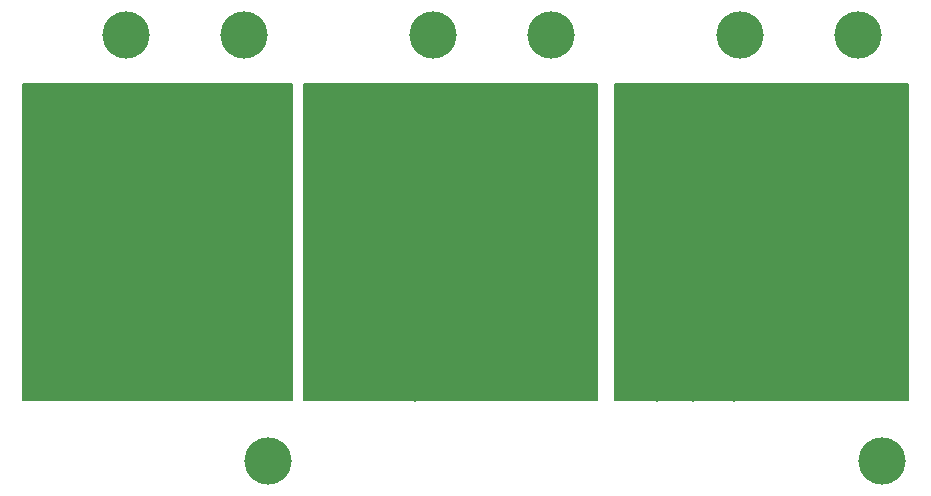
<source format=gbr>
%TF.GenerationSoftware,KiCad,Pcbnew,5.1.6-c6e7f7d~87~ubuntu20.04.1*%
%TF.CreationDate,2020-09-19T15:10:49+02:00*%
%TF.ProjectId,maxim-optimizer,6d617869-6d2d-46f7-9074-696d697a6572,rev?*%
%TF.SameCoordinates,PX3ef1480PY6acfc00*%
%TF.FileFunction,Copper,L2,Bot*%
%TF.FilePolarity,Positive*%
%FSLAX46Y46*%
G04 Gerber Fmt 4.6, Leading zero omitted, Abs format (unit mm)*
G04 Created by KiCad (PCBNEW 5.1.6-c6e7f7d~87~ubuntu20.04.1) date 2020-09-19 15:10:49*
%MOMM*%
%LPD*%
G01*
G04 APERTURE LIST*
%TA.AperFunction,ComponentPad*%
%ADD10C,4.000000*%
%TD*%
%TA.AperFunction,ViaPad*%
%ADD11C,1.000000*%
%TD*%
%TA.AperFunction,ViaPad*%
%ADD12C,0.800000*%
%TD*%
%TA.AperFunction,Conductor*%
%ADD13C,0.200000*%
%TD*%
G04 APERTURE END LIST*
D10*
%TO.P,SP110,1*%
%TO.N,/Out-*%
X21000000Y5000000D03*
%TD*%
%TO.P,SP109,1*%
%TO.N,/Out+*%
X73000000Y5000000D03*
%TD*%
%TO.P,SP108,1*%
%TO.N,/Out12*%
X32000000Y15000000D03*
%TD*%
%TO.P,SP107,1*%
%TO.N,/Out23*%
X59000000Y15000000D03*
%TD*%
%TO.P,SP106,1*%
%TO.N,/Out-*%
X19000000Y41000000D03*
%TD*%
%TO.P,SP105,1*%
%TO.N,/PV1+*%
X9000000Y41000000D03*
%TD*%
%TO.P,SP104,1*%
%TO.N,/Out12*%
X45000000Y41000000D03*
%TD*%
%TO.P,SP103,1*%
%TO.N,/PV2+*%
X35000000Y41000000D03*
%TD*%
%TO.P,SP102,1*%
%TO.N,/Out23*%
X71000000Y41000000D03*
%TD*%
%TO.P,SP101,1*%
%TO.N,/PV3+*%
X61000000Y41000000D03*
%TD*%
D11*
%TO.N,/Out-*%
X16000000Y25500000D03*
X17000000Y35000000D03*
X17500000Y33000000D03*
X17000000Y31000000D03*
X20000000Y31500000D03*
X20000000Y33500000D03*
X20000000Y35500000D03*
X22500000Y36000000D03*
X22500000Y34000000D03*
X21000000Y27500000D03*
X20000000Y26500000D03*
X20000000Y24500000D03*
X20500000Y22500000D03*
X19000000Y20500000D03*
X22500000Y20500000D03*
X22500000Y18500000D03*
X22500000Y17000000D03*
X22500000Y15000000D03*
X22500000Y13500000D03*
X22500000Y11500000D03*
X20500000Y11500000D03*
X19000000Y11500000D03*
X19000000Y13000000D03*
X19000000Y15500000D03*
X19000000Y17500000D03*
X19000000Y19000000D03*
X21000000Y20500000D03*
X20500000Y18500000D03*
X21000000Y16500000D03*
X20500000Y14500000D03*
X2500000Y27000000D03*
X2500000Y25000000D03*
X4000000Y24000000D03*
X7000000Y22500000D03*
X9000000Y23000000D03*
X1500000Y28500000D03*
X1500000Y31000000D03*
X1500000Y33000000D03*
X2500000Y35500000D03*
D12*
%TO.N,/Out12*%
X25000000Y36000000D03*
D11*
X28000000Y36000000D03*
X27000000Y34000000D03*
X27000000Y32000000D03*
X27000000Y29000000D03*
X27000000Y26000000D03*
X29000000Y26000000D03*
X29000000Y23000000D03*
X29000000Y21000000D03*
X26000000Y20000000D03*
X28000000Y18000000D03*
X28000000Y15000000D03*
X28000000Y12000000D03*
X35000000Y20000000D03*
X32000000Y20000000D03*
X36000000Y18000000D03*
X36000000Y13000000D03*
X33500000Y10500000D03*
X45000000Y12000000D03*
X48000000Y12000000D03*
X48000000Y15000000D03*
X45000000Y15000000D03*
X45000000Y18000000D03*
X48000000Y18000000D03*
X48000000Y20000000D03*
X45000000Y20000000D03*
X47000000Y23000000D03*
X46000000Y24000000D03*
X46000000Y26500000D03*
X47000000Y27500000D03*
X45500000Y31500000D03*
X47000000Y32000000D03*
X48000000Y36500000D03*
X46000000Y36500000D03*
X46000000Y34500000D03*
X48000000Y34500000D03*
X42500000Y35000000D03*
X42500000Y33000000D03*
X27000000Y23000000D03*
X42000000Y25500000D03*
%TO.N,/Out23*%
X51000000Y36000000D03*
X54000000Y36000000D03*
X51000000Y34500000D03*
X53500000Y33500000D03*
X53500000Y31500000D03*
X53500000Y29500000D03*
X53500000Y27500000D03*
X53500000Y25000000D03*
X55000000Y26500000D03*
X55500000Y24000000D03*
X54000000Y22500000D03*
X54000000Y20000000D03*
X54000000Y18000000D03*
X54000000Y15500000D03*
X54000000Y12500000D03*
X54000000Y10500000D03*
X57000000Y10500000D03*
X60500000Y10500000D03*
X62000000Y11500000D03*
X62000000Y14000000D03*
X62000000Y17500000D03*
X62000000Y19500000D03*
X59500000Y19500000D03*
X57000000Y19500000D03*
X56000000Y21500000D03*
X70500000Y20500000D03*
X72500000Y20500000D03*
X74000000Y20500000D03*
X74000000Y19000000D03*
X74000000Y17000000D03*
X74000000Y15000000D03*
X74000000Y13000000D03*
X74000000Y11000000D03*
X72000000Y11000000D03*
X71000000Y12500000D03*
X71000000Y15000000D03*
X71000000Y17500000D03*
X72500000Y19000000D03*
X72500000Y16000000D03*
X72500000Y13500000D03*
X72000000Y24000000D03*
X71500000Y26500000D03*
X73000000Y22500000D03*
X72500000Y27500000D03*
X71500000Y31500000D03*
X73000000Y32000000D03*
X73500000Y33500000D03*
X74000000Y34500000D03*
X74500000Y36000000D03*
X72500000Y36000000D03*
X72000000Y34000000D03*
X69000000Y35000000D03*
X69000000Y33000000D03*
X68500000Y31000000D03*
X68000000Y25500000D03*
%TD*%
D13*
%TO.N,/Out12*%
G36*
X48900000Y10100000D02*
G01*
X24100000Y10100000D01*
X24100000Y36900000D01*
X48900000Y36900000D01*
X48900000Y10100000D01*
G37*
X48900000Y10100000D02*
X24100000Y10100000D01*
X24100000Y36900000D01*
X48900000Y36900000D01*
X48900000Y10100000D01*
%TO.N,/Out23*%
G36*
X75183577Y10100000D02*
G01*
X50383577Y10100000D01*
X50383577Y36900000D01*
X75183577Y36900000D01*
X75183577Y10100000D01*
G37*
X75183577Y10100000D02*
X50383577Y10100000D01*
X50383577Y36900000D01*
X75183577Y36900000D01*
X75183577Y10100000D01*
%TO.N,/Out-*%
G36*
X23103572Y10100000D02*
G01*
X325000Y10100000D01*
X325000Y36900000D01*
X23103572Y36900000D01*
X23103572Y10100000D01*
G37*
X23103572Y10100000D02*
X325000Y10100000D01*
X325000Y36900000D01*
X23103572Y36900000D01*
X23103572Y10100000D01*
%TD*%
M02*

</source>
